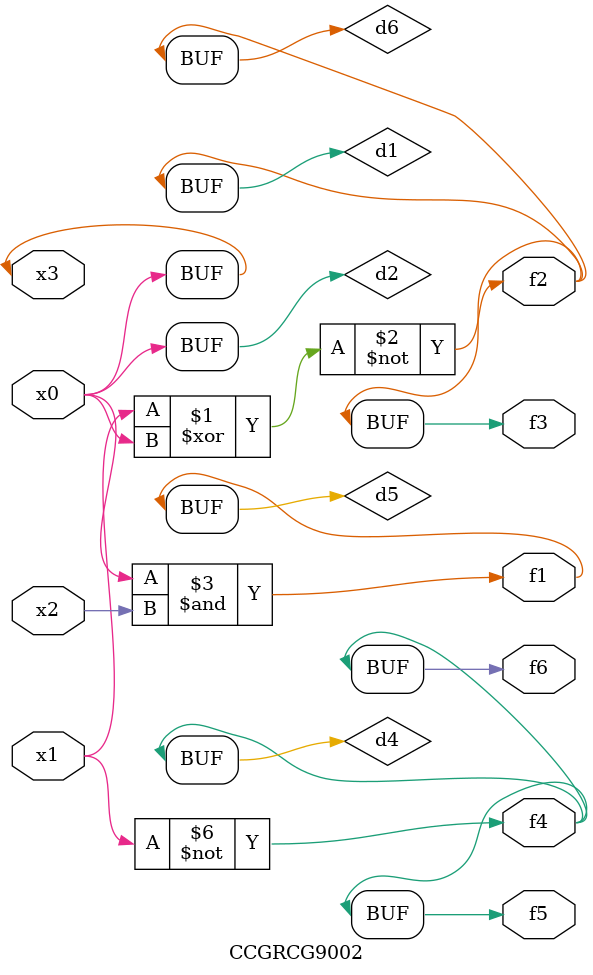
<source format=v>
module CCGRCG9002(
	input x0, x1, x2, x3,
	output f1, f2, f3, f4, f5, f6
);

	wire d1, d2, d3, d4, d5, d6;

	xnor (d1, x1, x3);
	buf (d2, x0, x3);
	nand (d3, x0, x2);
	not (d4, x1);
	nand (d5, d3);
	or (d6, d1);
	assign f1 = d5;
	assign f2 = d6;
	assign f3 = d6;
	assign f4 = d4;
	assign f5 = d4;
	assign f6 = d4;
endmodule

</source>
